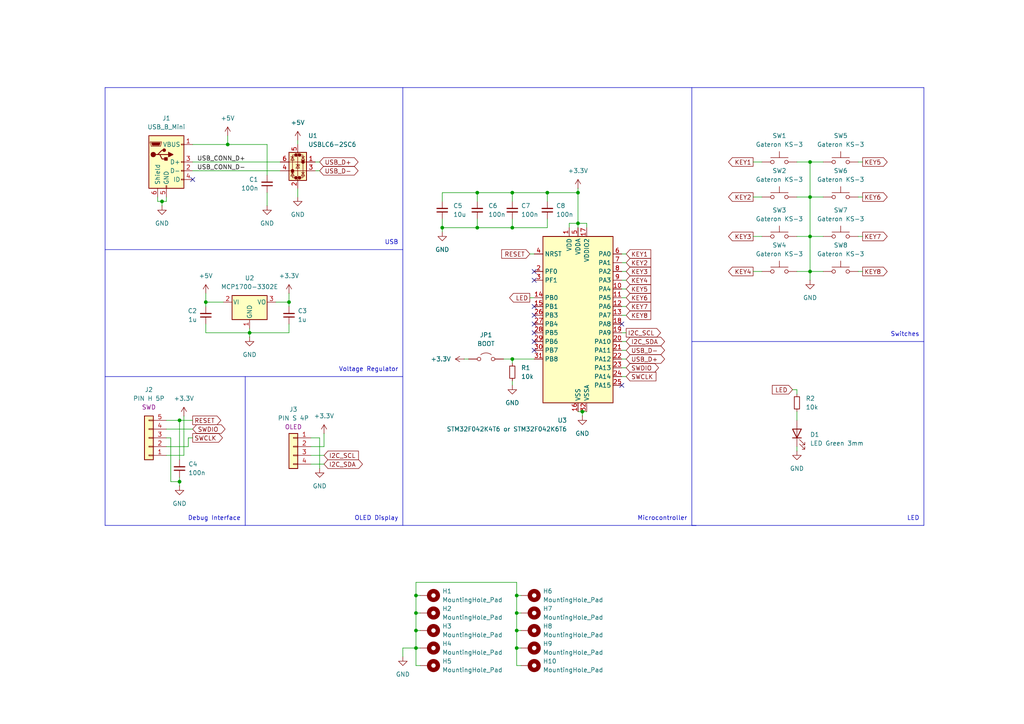
<source format=kicad_sch>
(kicad_sch (version 20250114) (generator "eeschema") (generator_version "9.0")
  (paper "A4")
  (title_block (title "octokeyz-mega") (date "2024-05-30") (rev "20240530") (comment 3 "Released under CERN Open Hardware Licence Version 2 - Strongly Reciprocal") (comment 4 "Designed by: Rafael G. Martins"))
  (lib_symbols
    (symbol "Connector:USB_B_Mini" (pin_names (offset 1.016))
      (property "Reference" "J" (at -5.08 11.43 0))
      (property "Value" "USB_B_Mini" (at -5.08 8.89 0))
      (symbol "USB_B_Mini_0_1"
        (rectangle (start -5.08 -7.62) (end 5.08 7.62) (stroke (width 0.254)) (fill (type background)))
        (polyline (pts (xy -4.699 5.842) (xy -4.699 5.588) (xy -4.445 4.826) (xy -4.445 4.572) (xy -1.651 4.572) (xy -1.651 4.826) (xy -1.397 5.588) (xy -1.397 5.842) (xy -4.699 5.842)))
        (polyline (pts (xy -4.318 5.588) (xy -1.778 5.588) (xy -2.032 4.826) (xy -4.064 4.826) (xy -4.318 5.588)) (fill (type outline)))
        (circle (center -3.81 2.159) (radius 0.635) (stroke (width 0.254)) (fill (type outline)))
        (polyline (pts (xy -3.175 2.159) (xy -2.54 2.159) (xy -1.27 3.429) (xy -0.635 3.429)) (stroke (width 0.254)))
        (polyline (pts (xy -2.54 2.159) (xy -1.905 2.159) (xy -1.27 0.889) (xy 0 0.889)) (stroke (width 0.254)))
        (polyline (pts (xy -1.905 2.159) (xy 0.635 2.159)) (stroke (width 0.254)))
        (circle (center -0.635 3.429) (radius 0.381) (stroke (width 0.254)) (fill (type outline)))
        (rectangle (start -0.127 -7.62) (end 0.127 -6.858))
        (rectangle (start 0.254 1.27) (end -0.508 0.508) (stroke (width 0.254)) (fill (type outline)))
        (polyline (pts (xy 0.635 2.794) (xy 0.635 1.524) (xy 1.905 2.159) (xy 0.635 2.794)) (stroke (width 0.254)) (fill (type outline)))
        (rectangle (start 5.08 4.953) (end 4.318 5.207))
        (rectangle (start 5.08 -0.127) (end 4.318 0.127))
        (rectangle (start 5.08 -2.667) (end 4.318 -2.413))
        (rectangle (start 5.08 -5.207) (end 4.318 -4.953))
      )
      (symbol "USB_B_Mini_1_1"
        (pin passive line (at -2.54 -10.16 90) (length 2.54) (name "Shield") (number "6"))
        (pin power_out line (at 0 -10.16 90) (length 2.54) (name "GND") (number "5"))
        (pin power_out line (at 7.62 5.08 180) (length 2.54) (name "VBUS") (number "1"))
        (pin bidirectional line (at 7.62 0 180) (length 2.54) (name "D+") (number "3"))
        (pin bidirectional line (at 7.62 -2.54 180) (length 2.54) (name "D-") (number "2"))
        (pin passive line (at 7.62 -5.08 180) (length 2.54) (name "ID") (number "4"))
      )
    )
    (symbol "Connector_Generic:Conn_01x04" (pin_names (offset 1.016) (hide yes))
      (property "Reference" "J" (at 0 5.08 0))
      (property "Value" "Conn_01x04" (at 0 -7.62 0))
      (symbol "Conn_01x04_1_1"
        (rectangle (start -1.27 3.81) (end 1.27 -6.35) (stroke (width 0.254)) (fill (type background)))
        (rectangle (start -1.27 2.667) (end 0 2.413) (stroke (width 0.1524)))
        (rectangle (start -1.27 0.127) (end 0 -0.127) (stroke (width 0.1524)))
        (rectangle (start -1.27 -2.413) (end 0 -2.667) (stroke (width 0.1524)))
        (rectangle (start -1.27 -4.953) (end 0 -5.207) (stroke (width 0.1524)))
        (pin passive line (at -5.08 2.54 0) (length 3.81) (name "Pin_1") (number "1"))
        (pin passive line (at -5.08 0 0) (length 3.81) (name "Pin_2") (number "2"))
        (pin passive line (at -5.08 -2.54 0) (length 3.81) (name "Pin_3") (number "3"))
        (pin passive line (at -5.08 -5.08 0) (length 3.81) (name "Pin_4") (number "4"))
      )
    )
    (symbol "Connector_Generic:Conn_01x05" (pin_names (offset 1.016) (hide yes))
      (property "Reference" "J" (at 0 7.62 0))
      (property "Value" "Conn_01x05" (at 0 -7.62 0))
      (symbol "Conn_01x05_1_1"
        (rectangle (start -1.27 6.35) (end 1.27 -6.35) (stroke (width 0.254)) (fill (type background)))
        (rectangle (start -1.27 5.207) (end 0 4.953) (stroke (width 0.1524)))
        (rectangle (start -1.27 2.667) (end 0 2.413) (stroke (width 0.1524)))
        (rectangle (start -1.27 0.127) (end 0 -0.127) (stroke (width 0.1524)))
        (rectangle (start -1.27 -2.413) (end 0 -2.667) (stroke (width 0.1524)))
        (rectangle (start -1.27 -4.953) (end 0 -5.207) (stroke (width 0.1524)))
        (pin passive line (at -5.08 5.08 0) (length 3.81) (name "Pin_1") (number "1"))
        (pin passive line (at -5.08 2.54 0) (length 3.81) (name "Pin_2") (number "2"))
        (pin passive line (at -5.08 0 0) (length 3.81) (name "Pin_3") (number "3"))
        (pin passive line (at -5.08 -2.54 0) (length 3.81) (name "Pin_4") (number "4"))
        (pin passive line (at -5.08 -5.08 0) (length 3.81) (name "Pin_5") (number "5"))
      )
    )
    (symbol "Device:C_Small" (pin_numbers (hide yes)) (pin_names (offset 0.254) (hide yes))
      (property "Reference" "C" (at 0.254 1.778 0))
      (property "Value" "C_Small" (at 0.254 -2.032 0))
      (symbol "C_Small_0_1"
        (polyline (pts (xy -1.524 0.508) (xy 1.524 0.508)) (stroke (width 0.3048)))
        (polyline (pts (xy -1.524 -0.508) (xy 1.524 -0.508)) (stroke (width 0.3302)))
      )
      (symbol "C_Small_1_1"
        (pin passive line (at 0 2.54 270) (length 2.032) (name "~") (number "1"))
        (pin passive line (at 0 -2.54 90) (length 2.032) (name "~") (number "2"))
      )
    )
    (symbol "Device:LED" (pin_numbers (hide yes)) (pin_names (offset 1.016) (hide yes))
      (property "Reference" "D" (at 0 2.54 0))
      (property "Value" "LED" (at 0 -2.54 0))
      (symbol "LED_0_1"
        (polyline (pts (xy -3.048 -0.762) (xy -4.572 -2.286) (xy -3.81 -2.286) (xy -4.572 -2.286) (xy -4.572 -1.524)))
        (polyline (pts (xy -1.778 -0.762) (xy -3.302 -2.286) (xy -2.54 -2.286) (xy -3.302 -2.286) (xy -3.302 -1.524)))
        (polyline (pts (xy -1.27 0) (xy 1.27 0)))
        (polyline (pts (xy -1.27 -1.27) (xy -1.27 1.27)) (stroke (width 0.254)))
        (polyline (pts (xy 1.27 -1.27) (xy 1.27 1.27) (xy -1.27 0) (xy 1.27 -1.27)) (stroke (width 0.254)))
      )
      (symbol "LED_1_1"
        (pin passive line (at -3.81 0 0) (length 2.54) (name "K") (number "1"))
        (pin passive line (at 3.81 0 180) (length 2.54) (name "A") (number "2"))
      )
    )
    (symbol "Device:R_Small" (pin_numbers (hide yes)) (pin_names (offset 0.254) (hide yes))
      (property "Reference" "R" (at 0 0 90))
      (property "Value" "R_Small" (at 1.778 0 90))
      (symbol "R_Small_0_1"
        (rectangle (start -0.762 1.778) (end 0.762 -1.778) (stroke (width 0.2032)))
      )
      (symbol "R_Small_1_1"
        (pin passive line (at 0 2.54 270) (length 0.762) (name "~") (number "1"))
        (pin passive line (at 0 -2.54 90) (length 0.762) (name "~") (number "2"))
      )
    )
    (symbol "Jumper:Jumper_2_Open" (pin_numbers (hide yes)) (pin_names (offset 0) (hide yes))
      (property "Reference" "JP" (at 0 2.794 0))
      (property "Value" "Jumper_2_Open" (at 0 -2.286 0))
      (symbol "Jumper_2_Open_0_0"
        (circle (center -2.032 0) (radius 0.508))
        (circle (center 2.032 0) (radius 0.508))
      )
      (symbol "Jumper_2_Open_0_1"
        (arc (start -1.524 1.27) (mid 0 1.778) (end 1.524 1.27))
      )
      (symbol "Jumper_2_Open_1_1"
        (pin passive line (at -5.08 0 0) (length 2.54) (name "A") (number "1"))
        (pin passive line (at 5.08 0 180) (length 2.54) (name "B") (number "2"))
      )
    )
    (symbol "MCU_ST_STM32F0:STM32F042K6Tx"
      (property "Reference" "U" (at -10.16 26.67 0))
      (property "Value" "STM32F042K6Tx" (at 5.08 26.67 0))
      (symbol "STM32F042K6Tx_0_1"
        (rectangle (start -10.16 -22.86) (end 10.16 25.4) (stroke (width 0.254)) (fill (type background)))
      )
      (symbol "STM32F042K6Tx_1_1"
        (pin input line (at -12.7 20.32 0) (length 2.54) (name "NRST") (number "4"))
        (pin bidirectional line (at -12.7 15.24 0) (length 2.54) (name "PF0") (number "2"))
        (pin bidirectional line (at -12.7 12.7 0) (length 2.54) (name "PF1") (number "3"))
        (pin bidirectional line (at -12.7 7.62 0) (length 2.54) (name "PB0") (number "14"))
        (pin bidirectional line (at -12.7 5.08 0) (length 2.54) (name "PB1") (number "15"))
        (pin bidirectional line (at -12.7 2.54 0) (length 2.54) (name "PB3") (number "26"))
        (pin bidirectional line (at -12.7 0 0) (length 2.54) (name "PB4") (number "27"))
        (pin bidirectional line (at -12.7 -2.54 0) (length 2.54) (name "PB5") (number "28"))
        (pin bidirectional line (at -12.7 -5.08 0) (length 2.54) (name "PB6") (number "29"))
        (pin bidirectional line (at -12.7 -7.62 0) (length 2.54) (name "PB7") (number "30"))
        (pin bidirectional line (at -12.7 -10.16 0) (length 2.54) (name "PB8") (number "31"))
        (pin power_in line (at -2.54 27.94 270) (length 2.54) (name "VDD") (number "1"))
        (pin power_in line (at 0 27.94 270) (length 2.54) (name "VDDA") (number "5"))
        (pin power_in line (at 0 -25.4 90) (length 2.54) (name "VSS") (number "16"))
        (pin power_in line (at 2.54 27.94 270) (length 2.54) (name "VDDIO2") (number "17"))
        (pin power_in line (at 2.54 -25.4 90) (length 2.54) (name "VSSA") (number "32"))
        (pin bidirectional line (at 12.7 20.32 180) (length 2.54) (name "PA0") (number "6"))
        (pin bidirectional line (at 12.7 17.78 180) (length 2.54) (name "PA1") (number "7"))
        (pin bidirectional line (at 12.7 15.24 180) (length 2.54) (name "PA2") (number "8"))
        (pin bidirectional line (at 12.7 12.7 180) (length 2.54) (name "PA3") (number "9"))
        (pin bidirectional line (at 12.7 10.16 180) (length 2.54) (name "PA4") (number "10"))
        (pin bidirectional line (at 12.7 7.62 180) (length 2.54) (name "PA5") (number "11"))
        (pin bidirectional line (at 12.7 5.08 180) (length 2.54) (name "PA6") (number "12"))
        (pin bidirectional line (at 12.7 2.54 180) (length 2.54) (name "PA7") (number "13"))
        (pin bidirectional line (at 12.7 0 180) (length 2.54) (name "PA8") (number "18"))
        (pin bidirectional line (at 12.7 -2.54 180) (length 2.54) (name "PA9") (number "19"))
        (pin bidirectional line (at 12.7 -5.08 180) (length 2.54) (name "PA10") (number "20"))
        (pin bidirectional line (at 12.7 -7.62 180) (length 2.54) (name "PA11") (number "21"))
        (pin bidirectional line (at 12.7 -10.16 180) (length 2.54) (name "PA12") (number "22"))
        (pin bidirectional line (at 12.7 -12.7 180) (length 2.54) (name "PA13") (number "23"))
        (pin bidirectional line (at 12.7 -15.24 180) (length 2.54) (name "PA14") (number "24"))
        (pin bidirectional line (at 12.7 -17.78 180) (length 2.54) (name "PA15") (number "25"))
      )
    )
    (symbol "Mechanical:MountingHole_Pad" (pin_numbers (hide yes)) (pin_names (offset 1.016) (hide yes)) (in_bom no)
      (property "Reference" "H" (at 0 6.35 0))
      (property "Value" "MountingHole_Pad" (at 0 4.445 0))
      (symbol "MountingHole_Pad_0_1"
        (circle (center 0 1.27) (radius 1.27) (stroke (width 1.27)))
      )
      (symbol "MountingHole_Pad_1_1"
        (pin input line (at 0 -2.54 90) (length 2.54) (name "1") (number "1"))
      )
    )
    (symbol "Power_Protection:USBLC6-2SC6" (pin_names (hide yes))
      (property "Reference" "U" (at 0.635 5.715 0))
      (property "Value" "USBLC6-2SC6" (at 0.635 3.81 0))
      (symbol "USBLC6-2SC6_0_0"
        (circle (center -1.524 0) (radius 0.0001) (stroke (width 0.508)))
        (circle (center -0.508 2.032) (radius 0.0001) (stroke (width 0.508)))
        (circle (center -0.508 -4.572) (radius 0.0001) (stroke (width 0.508)))
        (circle (center 0.508 2.032) (radius 0.0001) (stroke (width 0.508)))
        (circle (center 0.508 -4.572) (radius 0.0001) (stroke (width 0.508)))
        (circle (center 1.524 -2.54) (radius 0.0001) (stroke (width 0.508)))
      )
      (symbol "USBLC6-2SC6_0_1"
        (polyline (pts (xy -2.54 0) (xy 2.54 0)))
        (polyline (pts (xy -2.54 -2.54) (xy 2.54 -2.54)))
        (polyline (pts (xy -2.032 0.508) (xy -1.016 0.508) (xy -1.524 1.524) (xy -2.032 0.508)))
        (polyline (pts (xy -2.032 -3.048) (xy -1.016 -3.048)))
        (polyline (pts (xy -1.016 1.524) (xy -2.032 1.524)))
        (polyline (pts (xy -1.016 -4.064) (xy -2.032 -4.064) (xy -1.524 -3.048) (xy -1.016 -4.064)))
        (polyline (pts (xy -0.508 -1.143) (xy -0.508 -0.762) (xy 0.508 -0.762)))
        (polyline (pts (xy 0 2.54) (xy -0.508 2.032) (xy 0.508 2.032) (xy 0 1.524) (xy 0 -4.064) (xy -0.508 -4.572) (xy 0.508 -4.572) (xy 0 -5.08)))
        (polyline (pts (xy 0.508 -1.778) (xy -0.508 -1.778) (xy 0 -0.762) (xy 0.508 -1.778)))
        (polyline (pts (xy 1.016 1.524) (xy 2.032 1.524)))
        (polyline (pts (xy 1.016 -3.048) (xy 2.032 -3.048)))
        (polyline (pts (xy 2.032 0.508) (xy 1.016 0.508) (xy 1.524 1.524) (xy 2.032 0.508)))
        (polyline (pts (xy 2.032 -4.064) (xy 1.016 -4.064) (xy 1.524 -3.048) (xy 2.032 -4.064)))
      )
      (symbol "USBLC6-2SC6_1_1"
        (rectangle (start -2.54 2.794) (end 2.54 -5.334) (stroke (width 0.254)) (fill (type background)))
        (polyline (pts (xy -0.508 2.032) (xy -1.524 2.032) (xy -1.524 -4.572) (xy -0.508 -4.572)))
        (polyline (pts (xy 0.508 -4.572) (xy 1.524 -4.572) (xy 1.524 2.032) (xy 0.508 2.032)))
        (pin passive line (at -5.08 0 0) (length 2.54) (name "I/O1") (number "1"))
        (pin passive line (at -5.08 -2.54 0) (length 2.54) (name "I/O2") (number "3"))
        (pin passive line (at 0 5.08 270) (length 2.54) (name "VBUS") (number "5"))
        (pin passive line (at 0 -7.62 90) (length 2.54) (name "GND") (number "2"))
        (pin passive line (at 5.08 0 180) (length 2.54) (name "I/O1") (number "6"))
        (pin passive line (at 5.08 -2.54 180) (length 2.54) (name "I/O2") (number "4"))
      )
    )
    (symbol "Regulator_Linear:MCP1700x-330xxTO" (pin_names (offset 0.254))
      (property "Reference" "U" (at -3.81 -3.175 0))
      (property "Value" "MCP1700x-330xxTO" (at 0 -3.175 0))
      (symbol "MCP1700x-330xxTO_0_1"
        (rectangle (start -5.08 5.08) (end 5.08 -1.905) (stroke (width 0.254)) (fill (type background)))
      )
      (symbol "MCP1700x-330xxTO_1_1"
        (pin power_in line (at -7.62 0 0) (length 2.54) (name "VI") (number "2"))
        (pin power_in line (at 0 7.62 270) (length 2.54) (name "GND") (number "1"))
        (pin power_out line (at 7.62 0 180) (length 2.54) (name "VO") (number "3"))
      )
    )
    (symbol "Switch:SW_Push" (pin_numbers (hide yes)) (pin_names (offset 1.016) (hide yes))
      (property "Reference" "SW" (at 1.27 2.54 0))
      (property "Value" "SW_Push" (at 0 -1.524 0))
      (symbol "SW_Push_0_1"
        (circle (center -2.032 0) (radius 0.508))
        (polyline (pts (xy 0 1.27) (xy 0 3.048)))
        (circle (center 2.032 0) (radius 0.508))
        (polyline (pts (xy 2.54 1.27) (xy -2.54 1.27)))
        (pin passive line (at -5.08 0 0) (length 2.54) (name "1") (number "1"))
        (pin passive line (at 5.08 0 180) (length 2.54) (name "2") (number "2"))
      )
    )
    (symbol "power:+3.3V" (power) (pin_numbers (hide yes)) (pin_names (offset 0) (hide yes))
      (property "Value" "+3.3V" (at 0 3.556 0))
      (symbol "+3.3V_0_1"
        (polyline (pts (xy -0.762 1.27) (xy 0 2.54)))
        (polyline (pts (xy 0 2.54) (xy 0.762 1.27)))
        (polyline (pts (xy 0 0) (xy 0 2.54)))
      )
      (symbol "+3.3V_1_1"
        (pin power_in line (at 0 0 90) (length 0) (name "~") (number "1"))
      )
    )
    (symbol "power:+5V" (power) (pin_numbers (hide yes)) (pin_names (offset 0) (hide yes))
      (property "Value" "+5V" (at 0 3.556 0))
      (symbol "+5V_0_1"
        (polyline (pts (xy -0.762 1.27) (xy 0 2.54)))
        (polyline (pts (xy 0 2.54) (xy 0.762 1.27)))
        (polyline (pts (xy 0 0) (xy 0 2.54)))
      )
      (symbol "+5V_1_1"
        (pin power_in line (at 0 0 90) (length 0) (name "~") (number "1"))
      )
    )
    (symbol "power:GND" (power) (pin_numbers (hide yes)) (pin_names (offset 0) (hide yes))
      (property "Value" "GND" (at 0 -3.81 0))
      (symbol "GND_0_1"
        (polyline (pts (xy 0 0) (xy 0 -1.27) (xy 1.27 -1.27) (xy 0 -2.54) (xy -1.27 -1.27) (xy 0 -1.27)))
      )
      (symbol "GND_1_1"
        (pin power_in line (at 0 0 270) (length 0) (name "~") (number "1"))
      )
    )
  )
  (text "Switches" (at 266.7 97.79 0) (effects (font (size 1.27 1.27)) (justify right bottom)))
  (text "OLED Display" (at 115.57 151.13 0) (effects (font (size 1.27 1.27)) (justify right bottom)))
  (text "Microcontroller" (at 199.39 151.13 0) (effects (font (size 1.27 1.27)) (justify right bottom)))
  (text "LED" (at 266.7 151.13 0) (effects (font (size 1.27 1.27)) (justify right bottom)))
  (text "Debug Interface" (at 69.85 151.13 0) (effects (font (size 1.27 1.27)) (justify right bottom)))
  (text "USB" (at 115.57 71.12 0) (effects (font (size 1.27 1.27)) (justify right bottom)))
  (text "Voltage Regulator" (at 115.57 107.95 0) (effects (font (size 1.27 1.27)) (justify right bottom)))
  (junction (at 120.65 182.88))
  (junction (at 46.99 58.42))
  (junction (at 234.95 57.15))
  (junction (at 148.59 104.14))
  (junction (at 52.07 139.7))
  (junction (at 138.43 66.04))
  (junction (at 138.43 55.88))
  (junction (at 59.69 87.63))
  (junction (at 120.65 177.8))
  (junction (at 167.64 55.88))
  (junction (at 148.59 55.88))
  (junction (at 149.86 177.8))
  (junction (at 149.86 182.88))
  (junction (at 72.39 96.52))
  (junction (at 149.86 172.72))
  (junction (at 120.65 172.72))
  (junction (at 149.86 187.96))
  (junction (at 128.27 66.04))
  (junction (at 148.59 66.04))
  (junction (at 234.95 78.74))
  (junction (at 167.64 64.77))
  (junction (at 234.95 46.99))
  (junction (at 234.95 68.58))
  (junction (at 168.91 119.38))
  (junction (at 66.04 41.91))
  (junction (at 83.82 87.63))
  (junction (at 120.65 187.96))
  (junction (at 158.75 55.88))
  (junction (at 52.07 121.92))
  (no_connect (at 180.34 93.98))
  (no_connect (at 154.94 99.06))
  (no_connect (at 154.94 93.98))
  (no_connect (at 154.94 78.74))
  (no_connect (at 154.94 101.6))
  (no_connect (at 154.94 91.44))
  (no_connect (at 55.88 52.07))
  (no_connect (at 154.94 81.28))
  (no_connect (at 154.94 96.52))
  (no_connect (at 180.34 111.76))
  (no_connect (at 154.94 88.9))
  (wire (pts (xy 48.26 129.54) (xy 54.61 129.54)))
  (polyline (pts (xy 267.97 152.4) (xy 30.48 152.4)))
  (wire (pts (xy 248.92 68.58) (xy 250.19 68.58)))
  (polyline (pts (xy 116.84 25.4) (xy 116.84 152.4)))
  (wire (pts (xy 234.95 57.15) (xy 234.95 46.99)))
  (wire (pts (xy 148.59 110.49) (xy 148.59 111.76)))
  (wire (pts (xy 128.27 66.04) (xy 138.43 66.04)))
  (wire (pts (xy 231.14 129.54) (xy 231.14 130.81)))
  (polyline (pts (xy 30.48 109.22) (xy 116.84 109.22)))
  (wire (pts (xy 49.53 139.7) (xy 52.07 139.7)))
  (wire (pts (xy 170.18 64.77) (xy 167.64 64.77)))
  (wire (pts (xy 248.92 46.99) (xy 250.19 46.99)))
  (wire (pts (xy 234.95 46.99) (xy 238.76 46.99)))
  (wire (pts (xy 120.65 187.96) (xy 120.65 193.04)))
  (wire (pts (xy 83.82 87.63) (xy 83.82 88.9)))
  (wire (pts (xy 55.88 46.99) (xy 81.28 46.99)))
  (wire (pts (xy 234.95 68.58) (xy 238.76 68.58)))
  (wire (pts (xy 55.88 41.91) (xy 66.04 41.91)))
  (wire (pts (xy 45.72 57.15) (xy 45.72 58.42)))
  (wire (pts (xy 46.99 58.42) (xy 46.99 59.69)))
  (wire (pts (xy 134.62 104.14) (xy 135.89 104.14)))
  (wire (pts (xy 231.14 57.15) (xy 234.95 57.15)))
  (wire (pts (xy 55.88 49.53) (xy 81.28 49.53)))
  (wire (pts (xy 149.86 182.88) (xy 151.13 182.88)))
  (wire (pts (xy 52.07 139.7) (xy 52.07 138.43)))
  (wire (pts (xy 234.95 78.74) (xy 238.76 78.74)))
  (wire (pts (xy 180.34 104.14) (xy 181.61 104.14)))
  (wire (pts (xy 90.17 134.62) (xy 93.98 134.62)))
  (wire (pts (xy 59.69 96.52) (xy 72.39 96.52)))
  (wire (pts (xy 149.86 168.91) (xy 149.86 172.72)))
  (wire (pts (xy 148.59 55.88) (xy 158.75 55.88)))
  (wire (pts (xy 149.86 193.04) (xy 149.86 187.96)))
  (wire (pts (xy 52.07 139.7) (xy 52.07 140.97)))
  (wire (pts (xy 138.43 63.5) (xy 138.43 66.04)))
  (wire (pts (xy 234.95 68.58) (xy 234.95 57.15)))
  (wire (pts (xy 180.34 109.22) (xy 181.61 109.22)))
  (wire (pts (xy 218.44 68.58) (xy 220.98 68.58)))
  (wire (pts (xy 116.84 187.96) (xy 120.65 187.96)))
  (polyline (pts (xy 30.48 25.4) (xy 30.48 152.4)))
  (wire (pts (xy 234.95 46.99) (xy 231.14 46.99)))
  (wire (pts (xy 231.14 113.03) (xy 231.14 114.3)))
  (wire (pts (xy 86.36 54.61) (xy 86.36 57.15)))
  (wire (pts (xy 128.27 55.88) (xy 138.43 55.88)))
  (wire (pts (xy 120.65 182.88) (xy 120.65 187.96)))
  (wire (pts (xy 180.34 96.52) (xy 181.61 96.52)))
  (wire (pts (xy 128.27 55.88) (xy 128.27 58.42)))
  (wire (pts (xy 72.39 96.52) (xy 83.82 96.52)))
  (wire (pts (xy 149.86 182.88) (xy 149.86 177.8)))
  (wire (pts (xy 138.43 66.04) (xy 148.59 66.04)))
  (wire (pts (xy 153.67 86.36) (xy 154.94 86.36)))
  (wire (pts (xy 231.14 68.58) (xy 234.95 68.58)))
  (wire (pts (xy 90.17 129.54) (xy 93.98 129.54)))
  (wire (pts (xy 167.64 119.38) (xy 168.91 119.38)))
  (wire (pts (xy 149.86 187.96) (xy 149.86 182.88)))
  (wire (pts (xy 92.71 135.89) (xy 92.71 127)))
  (wire (pts (xy 167.64 55.88) (xy 167.64 64.77)))
  (wire (pts (xy 77.47 55.88) (xy 77.47 59.69)))
  (wire (pts (xy 52.07 133.35) (xy 52.07 121.92)))
  (wire (pts (xy 149.86 177.8) (xy 149.86 172.72)))
  (wire (pts (xy 149.86 193.04) (xy 151.13 193.04)))
  (wire (pts (xy 54.61 129.54) (xy 54.61 127)))
  (wire (pts (xy 170.18 66.04) (xy 170.18 64.77)))
  (wire (pts (xy 53.34 120.65) (xy 53.34 132.08)))
  (wire (pts (xy 248.92 78.74) (xy 250.19 78.74)))
  (wire (pts (xy 218.44 78.74) (xy 220.98 78.74)))
  (wire (pts (xy 180.34 91.44) (xy 181.61 91.44)))
  (wire (pts (xy 92.71 127) (xy 90.17 127)))
  (wire (pts (xy 52.07 121.92) (xy 48.26 121.92)))
  (wire (pts (xy 158.75 66.04) (xy 158.75 63.5)))
  (wire (pts (xy 148.59 66.04) (xy 158.75 66.04)))
  (wire (pts (xy 167.64 54.61) (xy 167.64 55.88)))
  (wire (pts (xy 180.34 78.74) (xy 181.61 78.74)))
  (wire (pts (xy 49.53 127) (xy 49.53 139.7)))
  (wire (pts (xy 180.34 83.82) (xy 181.61 83.82)))
  (wire (pts (xy 234.95 78.74) (xy 234.95 68.58)))
  (wire (pts (xy 46.99 58.42) (xy 48.26 58.42)))
  (polyline (pts (xy 71.12 109.22) (xy 71.12 152.4)))
  (wire (pts (xy 146.05 104.14) (xy 148.59 104.14)))
  (wire (pts (xy 128.27 63.5) (xy 128.27 66.04)))
  (wire (pts (xy 234.95 81.28) (xy 234.95 78.74)))
  (wire (pts (xy 180.34 106.68) (xy 181.61 106.68)))
  (wire (pts (xy 128.27 67.31) (xy 128.27 66.04)))
  (polyline (pts (xy 30.48 25.4) (xy 267.97 25.4)))
  (wire (pts (xy 66.04 39.37) (xy 66.04 41.91)))
  (wire (pts (xy 59.69 85.09) (xy 59.69 87.63)))
  (wire (pts (xy 120.65 187.96) (xy 121.92 187.96)))
  (wire (pts (xy 86.36 40.64) (xy 86.36 41.91)))
  (wire (pts (xy 120.65 168.91) (xy 120.65 172.72)))
  (wire (pts (xy 52.07 121.92) (xy 55.88 121.92)))
  (wire (pts (xy 77.47 41.91) (xy 77.47 50.8)))
  (polyline (pts (xy 200.66 99.06) (xy 267.97 99.06)))
  (wire (pts (xy 180.34 81.28) (xy 181.61 81.28)))
  (wire (pts (xy 148.59 104.14) (xy 154.94 104.14)))
  (wire (pts (xy 91.44 49.53) (xy 92.71 49.53)))
  (wire (pts (xy 234.95 57.15) (xy 238.76 57.15)))
  (wire (pts (xy 148.59 104.14) (xy 148.59 105.41)))
  (wire (pts (xy 120.65 172.72) (xy 121.92 172.72)))
  (wire (pts (xy 218.44 57.15) (xy 220.98 57.15)))
  (wire (pts (xy 149.86 177.8) (xy 151.13 177.8)))
  (wire (pts (xy 120.65 177.8) (xy 120.65 182.88)))
  (polyline (pts (xy 200.66 152.4) (xy 201.93 152.4)))
  (wire (pts (xy 72.39 96.52) (xy 72.39 97.79)))
  (wire (pts (xy 138.43 55.88) (xy 148.59 55.88)))
  (wire (pts (xy 120.65 177.8) (xy 121.92 177.8)))
  (wire (pts (xy 72.39 95.25) (xy 72.39 96.52)))
  (wire (pts (xy 59.69 87.63) (xy 59.69 88.9)))
  (wire (pts (xy 48.26 124.46) (xy 55.88 124.46)))
  (wire (pts (xy 90.17 132.08) (xy 93.98 132.08)))
  (polyline (pts (xy 267.97 25.4) (xy 267.97 152.4)))
  (wire (pts (xy 48.26 127) (xy 49.53 127)))
  (wire (pts (xy 148.59 55.88) (xy 148.59 58.42)))
  (wire (pts (xy 180.34 76.2) (xy 181.61 76.2)))
  (wire (pts (xy 165.1 64.77) (xy 167.64 64.77)))
  (wire (pts (xy 168.91 119.38) (xy 168.91 120.65)))
  (wire (pts (xy 180.34 86.36) (xy 181.61 86.36)))
  (wire (pts (xy 149.86 187.96) (xy 151.13 187.96)))
  (wire (pts (xy 180.34 101.6) (xy 181.61 101.6)))
  (wire (pts (xy 180.34 88.9) (xy 181.61 88.9)))
  (wire (pts (xy 231.14 78.74) (xy 234.95 78.74)))
  (wire (pts (xy 138.43 55.88) (xy 138.43 58.42)))
  (wire (pts (xy 148.59 63.5) (xy 148.59 66.04)))
  (wire (pts (xy 116.84 190.5) (xy 116.84 187.96)))
  (wire (pts (xy 59.69 87.63) (xy 64.77 87.63)))
  (wire (pts (xy 59.69 93.98) (xy 59.69 96.52)))
  (wire (pts (xy 153.67 73.66) (xy 154.94 73.66)))
  (wire (pts (xy 93.98 129.54) (xy 93.98 125.73)))
  (wire (pts (xy 231.14 119.38) (xy 231.14 121.92)))
  (wire (pts (xy 218.44 46.99) (xy 220.98 46.99)))
  (wire (pts (xy 248.92 57.15) (xy 250.19 57.15)))
  (polyline (pts (xy 30.48 72.39) (xy 116.84 72.39)))
  (wire (pts (xy 48.26 58.42) (xy 48.26 57.15)))
  (wire (pts (xy 180.34 73.66) (xy 181.61 73.66)))
  (wire (pts (xy 91.44 46.99) (xy 92.71 46.99)))
  (wire (pts (xy 158.75 55.88) (xy 158.75 58.42)))
  (wire (pts (xy 66.04 41.91) (xy 77.47 41.91)))
  (wire (pts (xy 45.72 58.42) (xy 46.99 58.42)))
  (wire (pts (xy 149.86 172.72) (xy 151.13 172.72)))
  (wire (pts (xy 54.61 127) (xy 55.88 127)))
  (wire (pts (xy 120.65 168.91) (xy 149.86 168.91)))
  (wire (pts (xy 120.65 182.88) (xy 121.92 182.88)))
  (polyline (pts (xy 116.84 72.39) (xy 116.84 72.39)))
  (wire (pts (xy 83.82 85.09) (xy 83.82 87.63)))
  (polyline (pts (xy 200.66 25.4) (xy 200.66 152.4)))
  (wire (pts (xy 165.1 66.04) (xy 165.1 64.77)))
  (wire (pts (xy 121.92 193.04) (xy 120.65 193.04)))
  (wire (pts (xy 229.87 113.03) (xy 231.14 113.03)))
  (wire (pts (xy 180.34 99.06) (xy 181.61 99.06)))
  (wire (pts (xy 158.75 55.88) (xy 167.64 55.88)))
  (wire (pts (xy 167.64 64.77) (xy 167.64 66.04)))
  (wire (pts (xy 48.26 132.08) (xy 53.34 132.08)))
  (wire (pts (xy 80.01 87.63) (xy 83.82 87.63)))
  (wire (pts (xy 120.65 172.72) (xy 120.65 177.8)))
  (wire (pts (xy 168.91 119.38) (xy 170.18 119.38)))
  (wire (pts (xy 83.82 93.98) (xy 83.82 96.52)))
  (label "USB_CONN_D+" (at 57.15 46.99 0))
  (label "USB_CONN_D-" (at 57.15 49.53 0))
  (global_label "KEY4" (shape output) (at 218.44 78.74 180) (property "Intersheetrefs" "${INTERSHEET_REFS}" (effects (hide yes))))
  (global_label "KEY4" (shape input) (at 181.61 81.28 0) (property "Intersheetrefs" "${INTERSHEET_REFS}" (effects (hide yes))))
  (global_label "SWCLK" (shape output) (at 55.88 127 0) (property "Intersheetrefs" "${INTERSHEET_REFS}" (effects (hide yes))))
  (global_label "KEY1" (shape input) (at 181.61 73.66 0) (property "Intersheetrefs" "${INTERSHEET_REFS}" (effects (hide yes))))
  (global_label "RESET" (shape output) (at 55.88 121.92 0) (property "Intersheetrefs" "${INTERSHEET_REFS}" (effects (hide yes))))
  (global_label "KEY7" (shape output) (at 250.19 68.58 0) (property "Intersheetrefs" "${INTERSHEET_REFS}" (effects (hide yes))))
  (global_label "KEY5" (shape output) (at 250.19 46.99 0) (property "Intersheetrefs" "${INTERSHEET_REFS}" (effects (hide yes))))
  (global_label "USB_D-" (shape bidirectional) (at 92.71 49.53 0) (property "Intersheetrefs" "${INTERSHEET_REFS}" (effects (hide yes))))
  (global_label "KEY3" (shape output) (at 218.44 68.58 180) (property "Intersheetrefs" "${INTERSHEET_REFS}" (effects (hide yes))))
  (global_label "SWDIO" (shape bidirectional) (at 55.88 124.46 0) (property "Intersheetrefs" "${INTERSHEET_REFS}" (effects (hide yes))))
  (global_label "USB_D-" (shape bidirectional) (at 181.61 101.6 0) (property "Intersheetrefs" "${INTERSHEET_REFS}" (effects (hide yes))))
  (global_label "KEY7" (shape input) (at 181.61 88.9 0) (property "Intersheetrefs" "${INTERSHEET_REFS}" (effects (hide yes))))
  (global_label "KEY6" (shape output) (at 250.19 57.15 0) (property "Intersheetrefs" "${INTERSHEET_REFS}" (effects (hide yes))))
  (global_label "KEY2" (shape input) (at 181.61 76.2 0) (property "Intersheetrefs" "${INTERSHEET_REFS}" (effects (hide yes))))
  (global_label "I2C_SCL" (shape output) (at 181.61 96.52 0) (property "Intersheetrefs" "${INTERSHEET_REFS}" (effects (hide yes))))
  (global_label "KEY2" (shape output) (at 218.44 57.15 180) (property "Intersheetrefs" "${INTERSHEET_REFS}" (effects (hide yes))))
  (global_label "RESET" (shape input) (at 153.67 73.66 180) (property "Intersheetrefs" "${INTERSHEET_REFS}" (effects (hide yes))))
  (global_label "I2C_SDA" (shape bidirectional) (at 93.98 134.62 0) (property "Intersheetrefs" "${INTERSHEET_REFS}" (effects (hide yes))))
  (global_label "KEY6" (shape input) (at 181.61 86.36 0) (property "Intersheetrefs" "${INTERSHEET_REFS}" (effects (hide yes))))
  (global_label "LED" (shape output) (at 153.67 86.36 180) (property "Intersheetrefs" "${INTERSHEET_REFS}" (effects (hide yes))))
  (global_label "USB_D+" (shape bidirectional) (at 92.71 46.99 0) (property "Intersheetrefs" "${INTERSHEET_REFS}" (effects (hide yes))))
  (global_label "I2C_SDA" (shape bidirectional) (at 181.61 99.06 0) (property "Intersheetrefs" "${INTERSHEET_REFS}" (effects (hide yes))))
  (global_label "KEY5" (shape input) (at 181.61 83.82 0) (property "Intersheetrefs" "${INTERSHEET_REFS}" (effects (hide yes))))
  (global_label "KEY1" (shape output) (at 218.44 46.99 180) (property "Intersheetrefs" "${INTERSHEET_REFS}" (effects (hide yes))))
  (global_label "I2C_SCL" (shape input) (at 93.98 132.08 0) (property "Intersheetrefs" "${INTERSHEET_REFS}" (effects (hide yes))))
  (global_label "LED" (shape input) (at 229.87 113.03 180) (property "Intersheetrefs" "${INTERSHEET_REFS}" (effects (hide yes))))
  (global_label "KEY8" (shape input) (at 181.61 91.44 0) (property "Intersheetrefs" "${INTERSHEET_REFS}" (effects (hide yes))))
  (global_label "SWCLK" (shape input) (at 181.61 109.22 0) (property "Intersheetrefs" "${INTERSHEET_REFS}" (effects (hide yes))))
  (global_label "USB_D+" (shape bidirectional) (at 181.61 104.14 0) (property "Intersheetrefs" "${INTERSHEET_REFS}" (effects (hide yes))))
  (global_label "KEY8" (shape output) (at 250.19 78.74 0) (property "Intersheetrefs" "${INTERSHEET_REFS}" (effects (hide yes))))
  (global_label "SWDIO" (shape bidirectional) (at 181.61 106.68 0) (property "Intersheetrefs" "${INTERSHEET_REFS}" (effects (hide yes))))
  (global_label "KEY3" (shape input) (at 181.61 78.74 0) (property "Intersheetrefs" "${INTERSHEET_REFS}" (effects (hide yes))))
  (symbol (lib_id "Device:C_Small") (at 128.27 60.96 180) (unit 1)
    (property "Reference" "C5" (at 131.445 59.6836 0) (effects (justify right)))
    (property "Value" "10u" (at 131.445 62.2236 0) (effects (justify right)))
    (property "Footprint" "octokeyz:C_TDK_FA26" (effects (hide yes)))
    (property "Description" "Unpolarized capacitor, small symbol" (effects (hide yes)))
    (property "MPN" "FA26X7R1E106KRU06" (effects (hide yes)))
  )
  (symbol (lib_id "Switch:SW_Push") (at 226.06 57.15 0) (unit 1)
    (property "Reference" "SW2" (at 226.06 49.53 0))
    (property "Value" "Gateron KS-3" (at 226.06 52.07 0))
    (property "Footprint" "octokeyz:SW_Cherry_MX_1.00u_PCB" (effects (hide yes)))
    (property "Description" "Push button switch, generic, two pins" (effects (hide yes)))
    (property "MPN" "Gateron KS-3" (effects (hide yes)))
  )
  (symbol (lib_id "power:GND") (at 128.27 67.31 0) (unit 1)
    (property "Reference" "#PWR06" (effects (hide yes)))
    (property "Value" "GND" (at 128.27 72.39 0))
    (property "Description" "Power symbol creates a global label with name \"GND\" , ground" (effects (hide yes)))
  )
  (symbol (lib_id "power:GND") (at 116.84 190.5 0) (unit 1)
    (property "Reference" "#PWR019" (effects (hide yes)))
    (property "Value" "GND" (at 116.84 195.58 0))
    (property "Description" "Power symbol creates a global label with name \"GND\" , ground" (effects (hide yes)))
  )
  (symbol (lib_id "power:GND") (at 92.71 135.89 0) (unit 1)
    (property "Reference" "#PWR016" (effects (hide yes)))
    (property "Value" "GND" (at 92.71 140.97 0))
    (property "Description" "Power symbol creates a global label with name \"GND\" , ground" (effects (hide yes)))
  )
  (symbol (lib_id "Mechanical:MountingHole_Pad") (at 153.67 182.88 270) (unit 1)
    (property "Reference" "H8" (at 157.48 181.61 90) (effects (justify left)))
    (property "Value" "MountingHole_Pad" (at 157.48 184.15 90) (effects (justify left)))
    (property "Footprint" "MountingHole:MountingHole_2.2mm_M2_Pad_Via" (effects (hide yes)))
    (property "Description" "Mounting Hole with connection" (effects (hide yes)))
  )
  (symbol (lib_id "Mechanical:MountingHole_Pad") (at 153.67 187.96 270) (unit 1)
    (property "Reference" "H9" (at 157.48 186.69 90) (effects (justify left)))
    (property "Value" "MountingHole_Pad" (at 157.48 189.23 90) (effects (justify left)))
    (property "Footprint" "MountingHole:MountingHole_2.2mm_M2_Pad_Via" (effects (hide yes)))
    (property "Description" "Mounting Hole with connection" (effects (hide yes)))
  )
  (symbol (lib_id "Mechanical:MountingHole_Pad") (at 153.67 172.72 270) (unit 1)
    (property "Reference" "H6" (at 157.48 171.45 90) (effects (justify left)))
    (property "Value" "MountingHole_Pad" (at 157.48 173.99 90) (effects (justify left)))
    (property "Footprint" "MountingHole:MountingHole_2.2mm_M2_Pad_Via" (effects (hide yes)))
    (property "Description" "Mounting Hole with connection" (effects (hide yes)))
  )
  (symbol (lib_id "power:+3.3V") (at 93.98 125.73 0) (unit 1)
    (property "Reference" "#PWR017" (effects (hide yes)))
    (property "Value" "+3.3V" (at 93.98 120.65 0))
    (property "Description" "Power symbol creates a global label with name \"+3.3V\"" (effects (hide yes)))
  )
  (symbol (lib_id "Switch:SW_Push") (at 243.84 57.15 0) (mirror y) (unit 1)
    (property "Reference" "SW6" (at 243.84 49.53 0))
    (property "Value" "Gateron KS-3" (at 243.84 52.07 0))
    (property "Footprint" "octokeyz:SW_Cherry_MX_1.00u_PCB" (effects (hide yes)))
    (property "Description" "Push button switch, generic, two pins" (effects (hide yes)))
    (property "MPN" "Gateron KS-3" (effects (hide yes)))
  )
  (symbol (lib_id "power:+5V") (at 86.36 40.64 0) (unit 1)
    (property "Reference" "#PWR020" (effects (hide yes)))
    (property "Value" "+5V" (at 86.36 35.56 0))
    (property "Description" "Power symbol creates a global label with name \"+5V\"" (effects (hide yes)))
  )
  (symbol (lib_id "Device:C_Small") (at 77.47 53.34 180) (unit 1)
    (property "Reference" "C1" (at 74.93 52.0636 0) (effects (justify left)))
    (property "Value" "100n" (at 74.93 54.6036 0) (effects (justify left)))
    (property "Footprint" "octokeyz:C_TDK_FA28" (effects (hide yes)))
    (property "Description" "Unpolarized capacitor, small symbol" (effects (hide yes)))
    (property "MPN" "FA28X7R1H104KNU06" (effects (hide yes)))
  )
  (symbol (lib_id "Mechanical:MountingHole_Pad") (at 153.67 193.04 270) (unit 1)
    (property "Reference" "H10" (at 157.48 191.77 90) (effects (justify left)))
    (property "Value" "MountingHole_Pad" (at 157.48 194.31 90) (effects (justify left)))
    (property "Footprint" "MountingHole:MountingHole_2.2mm_M2_Pad_Via" (effects (hide yes)))
    (property "Description" "Mounting Hole with connection" (effects (hide yes)))
  )
  (symbol (lib_id "Mechanical:MountingHole_Pad") (at 124.46 193.04 270) (unit 1)
    (property "Reference" "H5" (at 128.27 191.77 90) (effects (justify left)))
    (property "Value" "MountingHole_Pad" (at 128.27 194.31 90) (effects (justify left)))
    (property "Footprint" "MountingHole:MountingHole_2.2mm_M2_Pad_Via" (effects (hide yes)))
    (property "Description" "Mounting Hole with connection" (effects (hide yes)))
  )
  (symbol (lib_id "Device:C_Small") (at 148.59 60.96 180) (unit 1)
    (property "Reference" "C7" (at 151.13 59.6836 0) (effects (justify right)))
    (property "Value" "100n" (at 151.13 62.2236 0) (effects (justify right)))
    (property "Footprint" "octokeyz:C_TDK_FA28" (effects (hide yes)))
    (property "Description" "Unpolarized capacitor, small symbol" (effects (hide yes)))
    (property "MPN" "FA28X7R1H104KNU06" (effects (hide yes)))
  )
  (symbol (lib_id "Connector:USB_B_Mini") (at 48.26 46.99 0) (unit 1)
    (property "Reference" "J1" (at 48.26 34.29 0))
    (property "Value" "USB_B_Mini" (at 48.26 36.83 0))
    (property "Footprint" "octokeyz:USB_Mini-B_PTH" (effects (hide yes)))
    (property "Description" "USB Mini Type B connector" (effects (hide yes)))
    (property "MPN" "GMSB0522132EU" (effects (hide yes)))
  )
  (symbol (lib_id "Mechanical:MountingHole_Pad") (at 124.46 182.88 270) (unit 1)
    (property "Reference" "H3" (at 128.27 181.61 90) (effects (justify left)))
    (property "Value" "MountingHole_Pad" (at 128.27 184.15 90) (effects (justify left)))
    (property "Footprint" "MountingHole:MountingHole_2.2mm_M2_Pad_Via" (effects (hide yes)))
    (property "Description" "Mounting Hole with connection" (effects (hide yes)))
  )
  (symbol (lib_id "Mechanical:MountingHole_Pad") (at 153.67 177.8 270) (unit 1)
    (property "Reference" "H7" (at 157.48 176.53 90) (effects (justify left)))
    (property "Value" "MountingHole_Pad" (at 157.48 179.07 90) (effects (justify left)))
    (property "Footprint" "MountingHole:MountingHole_2.2mm_M2_Pad_Via" (effects (hide yes)))
    (property "Description" "Mounting Hole with connection" (effects (hide yes)))
  )
  (symbol (lib_id "power:+5V") (at 59.69 85.09 0) (unit 1)
    (property "Reference" "#PWR013" (effects (hide yes)))
    (property "Value" "+5V" (at 59.69 80.01 0))
    (property "Description" "Power symbol creates a global label with name \"+5V\"" (effects (hide yes)))
  )
  (symbol (lib_id "Switch:SW_Push") (at 243.84 46.99 0) (mirror y) (unit 1)
    (property "Reference" "SW5" (at 243.84 39.37 0))
    (property "Value" "Gateron KS-3" (at 243.84 41.91 0))
    (property "Footprint" "octokeyz:SW_Cherry_MX_1.00u_PCB" (effects (hide yes)))
    (property "Description" "Push button switch, generic, two pins" (effects (hide yes)))
    (property "MPN" "Gateron KS-3" (effects (hide yes)))
  )
  (symbol (lib_id "power:GND") (at 86.36 57.15 0) (unit 1)
    (property "Reference" "#PWR010" (effects (hide yes)))
    (property "Value" "GND" (at 86.36 62.23 0))
    (property "Description" "Power symbol creates a global label with name \"GND\" , ground" (effects (hide yes)))
  )
  (symbol (lib_id "power:+3.3V") (at 83.82 85.09 0) (unit 1)
    (property "Reference" "#PWR015" (effects (hide yes)))
    (property "Value" "+3.3V" (at 83.82 80.01 0))
    (property "Description" "Power symbol creates a global label with name \"+3.3V\"" (effects (hide yes)))
  )
  (symbol (lib_id "Switch:SW_Push") (at 243.84 68.58 0) (mirror y) (unit 1)
    (property "Reference" "SW7" (at 243.84 60.96 0))
    (property "Value" "Gateron KS-3" (at 243.84 63.5 0))
    (property "Footprint" "octokeyz:SW_Cherry_MX_1.00u_PCB" (effects (hide yes)))
    (property "Description" "Push button switch, generic, two pins" (effects (hide yes)))
    (property "MPN" "Gateron KS-3" (effects (hide yes)))
  )
  (symbol (lib_id "Connector_Generic:Conn_01x05") (at 43.18 127 180) (unit 1)
    (property "Reference" "J2" (at 43.18 113.03 0))
    (property "Value" "PIN H 5P" (at 43.18 115.57 0))
    (property "Footprint" "Connector_PinHeader_2.54mm:PinHeader_1x05_P2.54mm_Horizontal" (effects (hide yes)))
    (property "Description" "Generic connector, single row, 01x05, script generated (kicad-library-utils/schlib/autogen/connector/)" (effects (hide yes)))
    (property "Descr" "SWD" (at 43.18 118.11 0))
  )
  (symbol (lib_id "power:GND") (at 234.95 81.28 0) (unit 1)
    (property "Reference" "#PWR018" (effects (hide yes)))
    (property "Value" "GND" (at 234.95 86.36 0))
    (property "Description" "Power symbol creates a global label with name \"GND\" , ground" (effects (hide yes)))
  )
  (symbol (lib_id "power:+3.3V") (at 167.64 54.61 0) (unit 1)
    (property "Reference" "#PWR05" (effects (hide yes)))
    (property "Value" "+3.3V" (at 167.64 49.53 0))
    (property "Description" "Power symbol creates a global label with name \"+3.3V\"" (effects (hide yes)))
  )
  (symbol (lib_id "Connector_Generic:Conn_01x04") (at 85.09 129.54 0) (mirror y) (unit 1)
    (property "Reference" "J3" (at 85.09 118.745 0))
    (property "Value" "PIN S 4P" (at 85.09 121.285 0))
    (property "Footprint" "Connector_PinSocket_2.54mm:PinSocket_1x04_P2.54mm_Vertical" (effects (hide yes)))
    (property "Description" "Generic connector, single row, 01x04, script generated (kicad-library-utils/schlib/autogen/connector/)" (effects (hide yes)))
    (property "MPN" "PPPC041LFBN-RC" (effects (hide yes)))
    (property "Descr" "OLED" (at 85.09 123.825 0))
  )
  (symbol (lib_id "Device:C_Small") (at 158.75 60.96 180) (unit 1)
    (property "Reference" "C8" (at 161.29 59.6836 0) (effects (justify right)))
    (property "Value" "100n" (at 161.29 62.2236 0) (effects (justify right)))
    (property "Footprint" "octokeyz:C_TDK_FA28" (effects (hide yes)))
    (property "Description" "Unpolarized capacitor, small symbol" (effects (hide yes)))
    (property "MPN" "FA28X7R1H104KNU06" (effects (hide yes)))
  )
  (symbol (lib_id "power:GND") (at 148.59 111.76 0) (unit 1)
    (property "Reference" "#PWR03" (effects (hide yes)))
    (property "Value" "GND" (at 148.59 116.84 0))
    (property "Description" "Power symbol creates a global label with name \"GND\" , ground" (effects (hide yes)))
  )
  (symbol (lib_id "power:GND") (at 52.07 140.97 0) (unit 1)
    (property "Reference" "#PWR08" (effects (hide yes)))
    (property "Value" "GND" (at 52.07 146.05 0))
    (property "Description" "Power symbol creates a global label with name \"GND\" , ground" (effects (hide yes)))
  )
  (symbol (lib_id "Mechanical:MountingHole_Pad") (at 124.46 172.72 270) (unit 1)
    (property "Reference" "H1" (at 128.27 171.45 90) (effects (justify left)))
    (property "Value" "MountingHole_Pad" (at 128.27 173.99 90) (effects (justify left)))
    (property "Footprint" "MountingHole:MountingHole_2.2mm_M2_Pad_Via" (effects (hide yes)))
    (property "Description" "Mounting Hole with connection" (effects (hide yes)))
  )
  (symbol (lib_id "Switch:SW_Push") (at 226.06 46.99 0) (unit 1)
    (property "Reference" "SW1" (at 226.06 39.37 0))
    (property "Value" "Gateron KS-3" (at 226.06 41.91 0))
    (property "Footprint" "octokeyz:SW_Cherry_MX_1.00u_PCB" (effects (hide yes)))
    (property "Description" "Push button switch, generic, two pins" (effects (hide yes)))
    (property "MPN" "Gateron KS-3" (effects (hide yes)))
  )
  (symbol (lib_id "power:GND") (at 231.14 130.81 0) (unit 1)
    (property "Reference" "#PWR01" (effects (hide yes)))
    (property "Value" "GND" (at 231.14 135.89 0))
    (property "Description" "Power symbol creates a global label with name \"GND\" , ground" (effects (hide yes)))
  )
  (symbol (lib_id "MCU_ST_STM32F0:STM32F042K6Tx") (at 167.64 93.98 0) (unit 1)
    (property "Reference" "U3" (at 164.465 121.92 0) (effects (justify right)))
    (property "Value" "STM32F042K4T6 or STM32F042K6T6" (at 164.465 124.46 0) (effects (justify right)))
    (property "Footprint" "Package_QFP:LQFP-32_7x7mm_P0.8mm" (effects (hide yes)))
    (property "Datasheet" "https://www.st.com/resource/en/datasheet/stm32f042k6.pdf" (effects (hide yes)))
    (property "Description" "STMicroelectronics Arm Cortex-M0 MCU, 32KB flash, 6KB RAM, 48 MHz, 2.0-3.6V, 26 GPIO, LQFP32" (effects (hide yes)))
    (property "MPN" "STM32F042K6T6" (effects (hide yes)))
  )
  (symbol (lib_id "Device:C_Small") (at 83.82 91.44 180) (unit 1)
    (property "Reference" "C3" (at 86.36 90.1636 0) (effects (justify right)))
    (property "Value" "1u" (at 86.36 92.7036 0) (effects (justify right)))
    (property "Footprint" "octokeyz:C_TDK_FA28" (effects (hide yes)))
    (property "Description" "Unpolarized capacitor, small symbol" (effects (hide yes)))
    (property "MPN" "FA28X7R1E105KRU06" (effects (hide yes)))
  )
  (symbol (lib_id "Device:C_Small") (at 59.69 91.44 180) (unit 1)
    (property "Reference" "C2" (at 57.15 90.1636 0) (effects (justify left)))
    (property "Value" "1u" (at 57.15 92.7036 0) (effects (justify left)))
    (property "Footprint" "octokeyz:C_TDK_FA28" (effects (hide yes)))
    (property "Description" "Unpolarized capacitor, small symbol" (effects (hide yes)))
    (property "MPN" "FA28X7R1E105KRU06" (effects (hide yes)))
  )
  (symbol (lib_id "Device:R_Small") (at 231.14 116.84 0) (unit 1)
    (property "Reference" "R2" (at 233.68 115.57 0) (effects (justify left)))
    (property "Value" "10k" (at 233.68 118.11 0) (effects (justify left)))
    (property "Footprint" "octokeyz:R_YAGEO_MFR-25FTE52_Horizontal" (effects (hide yes)))
    (property "Description" "Resistor, small symbol" (effects (hide yes)))
    (property "MPN" "MFR-25FTE52-10K" (effects (hide yes)))
  )
  (symbol (lib_id "Power_Protection:USBLC6-2SC6") (at 86.36 46.99 0) (mirror y) (unit 1)
    (property "Reference" "U1" (at 89.3765 39.37 0) (effects (justify right)))
    (property "Value" "USBLC6-2SC6" (at 89.3765 41.91 0) (effects (justify right)))
    (property "Footprint" "Package_TO_SOT_SMD:SOT-23-6" (effects (hide yes)))
    (property "Datasheet" "https://www.st.com/resource/en/datasheet/usblc6-2.pdf" (effects (hide yes)))
    (property "Description" "Very low capacitance ESD protection diode, 2 data-line, SOT-23-6" (effects (hide yes)))
    (property "MPN" "USBLC6-2SC6" (effects (hide yes)))
  )
  (symbol (lib_id "Switch:SW_Push") (at 226.06 68.58 0) (unit 1)
    (property "Reference" "SW3" (at 226.06 60.96 0))
    (property "Value" "Gateron KS-3" (at 226.06 63.5 0))
    (property "Footprint" "octokeyz:SW_Cherry_MX_1.00u_PCB" (effects (hide yes)))
    (property "Description" "Push button switch, generic, two pins" (effects (hide yes)))
    (property "MPN" "Gateron KS-3" (effects (hide yes)))
  )
  (symbol (lib_id "Mechanical:MountingHole_Pad") (at 124.46 187.96 270) (unit 1)
    (property "Reference" "H4" (at 128.27 186.69 90) (effects (justify left)))
    (property "Value" "MountingHole_Pad" (at 128.27 189.23 90) (effects (justify left)))
    (property "Footprint" "MountingHole:MountingHole_2.2mm_M2_Pad_Via" (effects (hide yes)))
    (property "Description" "Mounting Hole with connection" (effects (hide yes)))
  )
  (symbol (lib_id "Switch:SW_Push") (at 243.84 78.74 0) (mirror y) (unit 1)
    (property "Reference" "SW8" (at 243.84 71.12 0))
    (property "Value" "Gateron KS-3" (at 243.84 73.66 0))
    (property "Footprint" "octokeyz:SW_Cherry_MX_1.00u_PCB" (effects (hide yes)))
    (property "Description" "Push button switch, generic, two pins" (effects (hide yes)))
    (property "MPN" "Gateron KS-3" (effects (hide yes)))
  )
  (symbol (lib_id "power:GND") (at 168.91 120.65 0) (unit 1)
    (property "Reference" "#PWR04" (effects (hide yes)))
    (property "Value" "GND" (at 168.91 125.73 0))
    (property "Description" "Power symbol creates a global label with name \"GND\" , ground" (effects (hide yes)))
  )
  (symbol (lib_id "power:+5V") (at 66.04 39.37 0) (unit 1)
    (property "Reference" "#PWR012" (effects (hide yes)))
    (property "Value" "+5V" (at 66.04 34.29 0))
    (property "Description" "Power symbol creates a global label with name \"+5V\"" (effects (hide yes)))
  )
  (symbol (lib_id "Device:LED") (at 231.14 125.73 90) (unit 1)
    (property "Reference" "D1" (at 234.95 126.0475 90) (effects (justify right)))
    (property "Value" "LED Green 3mm" (at 234.95 128.5875 90) (effects (justify right)))
    (property "Footprint" "LED_THT:LED_D3.0mm" (effects (hide yes)))
    (property "Description" "Light emitting diode" (effects (hide yes)))
    (property "MPN" "OVLBG4C7" (effects (hide yes)))
    (property "Sim.Pins" "1=K 2=A" (effects (hide yes)))
  )
  (symbol (lib_id "power:+3.3V") (at 134.62 104.14 90) (unit 1)
    (property "Reference" "#PWR02" (effects (hide yes)))
    (property "Value" "+3.3V" (at 130.81 104.14 90) (effects (justify left)))
    (property "Description" "Power symbol creates a global label with name \"+3.3V\"" (effects (hide yes)))
  )
  (symbol (lib_id "power:GND") (at 77.47 59.69 0) (unit 1)
    (property "Reference" "#PWR011" (effects (hide yes)))
    (property "Value" "GND" (at 77.47 64.77 0))
    (property "Description" "Power symbol creates a global label with name \"GND\" , ground" (effects (hide yes)))
  )
  (symbol (lib_id "Regulator_Linear:MCP1700x-330xxTO") (at 72.39 87.63 0) (mirror x) (unit 1)
    (property "Reference" "U2" (at 72.39 80.645 0))
    (property "Value" "MCP1700-3302E" (at 72.39 83.185 0))
    (property "Footprint" "Package_TO_SOT_THT:TO-92_Inline_Wide" (effects (hide yes)))
    (property "Datasheet" "http://ww1.microchip.com/downloads/en/DeviceDoc/20001826D.pdf" (effects (hide yes)))
    (property "Description" "250mA Low Quiscent Current LDO, 3.3V output, TO-92" (effects (hide yes)))
    (property "MPN" "MCP1700-3302E/TO" (effects (hide yes)))
  )
  (symbol (lib_id "Device:C_Small") (at 138.43 60.96 180) (unit 1)
    (property "Reference" "C6" (at 141.605 59.6836 0) (effects (justify right)))
    (property "Value" "100n" (at 141.605 62.2236 0) (effects (justify right)))
    (property "Footprint" "octokeyz:C_TDK_FA28" (effects (hide yes)))
    (property "Description" "Unpolarized capacitor, small symbol" (effects (hide yes)))
    (property "MPN" "FA28X7R1H104KNU06" (effects (hide yes)))
  )
  (symbol (lib_id "Device:C_Small") (at 52.07 135.89 180) (unit 1)
    (property "Reference" "C4" (at 54.61 134.6136 0) (effects (justify right)))
    (property "Value" "100n" (at 54.61 137.1536 0) (effects (justify right)))
    (property "Footprint" "octokeyz:C_TDK_FA28" (effects (hide yes)))
    (property "Description" "Unpolarized capacitor, small symbol" (effects (hide yes)))
    (property "MPN" "FA28X7R1H104KNU06" (effects (hide yes)))
  )
  (symbol (lib_id "power:GND") (at 72.39 97.79 0) (unit 1)
    (property "Reference" "#PWR014" (effects (hide yes)))
    (property "Value" "GND" (at 72.39 102.87 0))
    (property "Description" "Power symbol creates a global label with name \"GND\" , ground" (effects (hide yes)))
  )
  (symbol (lib_id "Jumper:Jumper_2_Open") (at 140.97 104.14 0) (mirror y) (unit 1)
    (property "Reference" "JP1" (at 140.97 97.155 0))
    (property "Value" "BOOT" (at 140.97 99.695 0))
    (property "Footprint" "Connector_PinHeader_2.54mm:PinHeader_1x02_P2.54mm_Horizontal" (effects (hide yes)))
    (property "Description" "Jumper, 2-pole, open" (effects (hide yes)))
  )
  (symbol (lib_id "Device:R_Small") (at 148.59 107.95 0) (unit 1)
    (property "Reference" "R1" (at 151.13 106.68 0) (effects (justify left)))
    (property "Value" "10k" (at 151.13 109.22 0) (effects (justify left)))
    (property "Footprint" "octokeyz:R_YAGEO_MFR-25FTE52_Horizontal" (effects (hide yes)))
    (property "Description" "Resistor, small symbol" (effects (hide yes)))
    (property "MPN" "MFR-25FTE52-10K" (effects (hide yes)))
  )
  (symbol (lib_id "Switch:SW_Push") (at 226.06 78.74 0) (unit 1)
    (property "Reference" "SW4" (at 226.06 71.12 0))
    (property "Value" "Gateron KS-3" (at 226.06 73.66 0))
    (property "Footprint" "octokeyz:SW_Cherry_MX_1.00u_PCB" (effects (hide yes)))
    (property "Description" "Push button switch, generic, two pins" (effects (hide yes)))
    (property "MPN" "Gateron KS-3" (effects (hide yes)))
  )
  (symbol (lib_id "Mechanical:MountingHole_Pad") (at 124.46 177.8 270) (unit 1)
    (property "Reference" "H2" (at 128.27 176.53 90) (effects (justify left)))
    (property "Value" "MountingHole_Pad" (at 128.27 179.07 90) (effects (justify left)))
    (property "Footprint" "MountingHole:MountingHole_2.2mm_M2_Pad_Via" (effects (hide yes)))
    (property "Description" "Mounting Hole with connection" (effects (hide yes)))
  )
  (symbol (lib_id "power:GND") (at 46.99 59.69 0) (unit 1)
    (property "Reference" "#PWR09" (effects (hide yes)))
    (property "Value" "GND" (at 46.99 64.77 0))
    (property "Description" "Power symbol creates a global label with name \"GND\" , ground" (effects (hide yes)))
  )
  (symbol (lib_id "power:+3.3V") (at 53.34 120.65 0) (unit 1)
    (property "Reference" "#PWR07" (effects (hide yes)))
    (property "Value" "+3.3V" (at 53.34 115.57 0))
    (property "Description" "Power symbol creates a global label with name \"+3.3V\"" (effects (hide yes)))
  )
)
</source>
